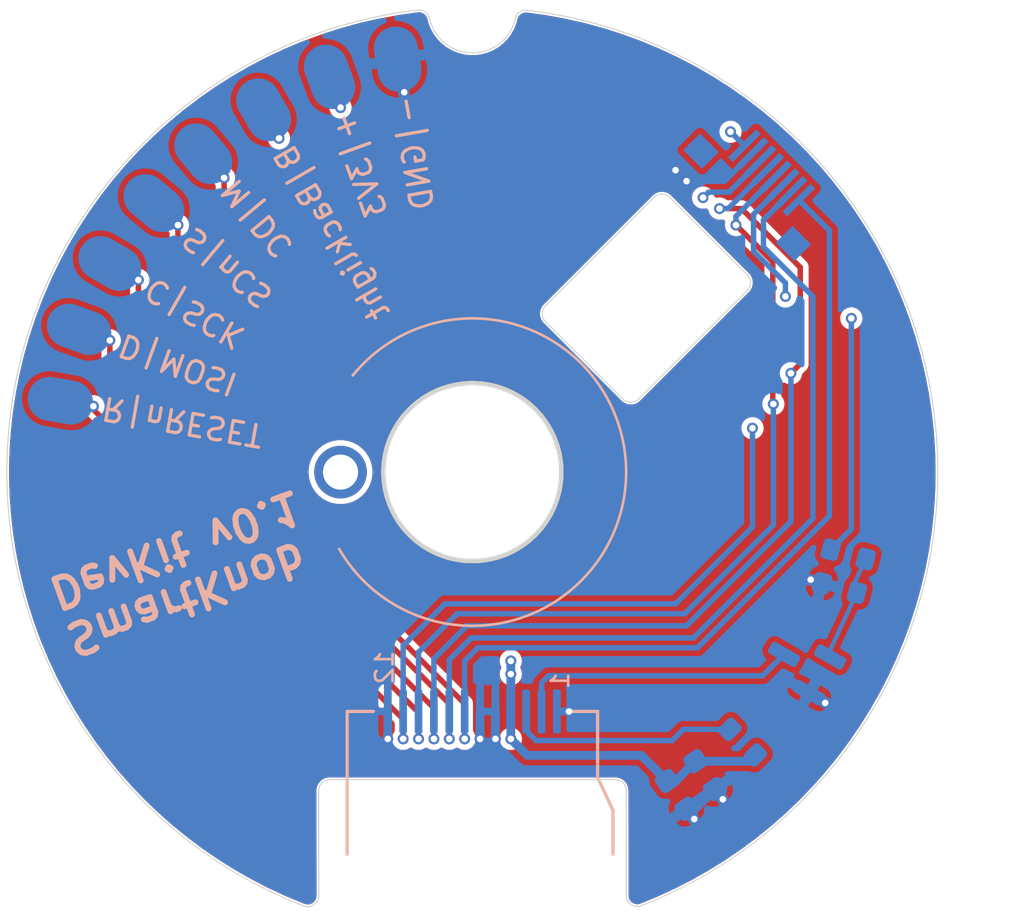
<source format=kicad_pcb>
(kicad_pcb (version 20241229) (generator "pcbnew") (generator_version "9.0")
  (title_block (title "SmartKnob DevKit Screen") (date "2024-05-13") (rev "0.1.0") (company "Seedlabs") (comment 1 "Board outline, FPC connector, Test pads - Grigorii Merkushev (brushknight)") (comment 2 "Screen connector, locking mechanism - Scott Bezek"))
  (layers (0 "F.Cu" signal) (4 "In1.Cu" signal) (6 "In2.Cu" signal) (2 "B.Cu" signal) (13 "F.Paste" user) (15 "B.Paste" user) (5 "F.SilkS" user "F.Silkscreen") (7 "B.SilkS" user "B.Silkscreen") (1 "F.Mask" user) (3 "B.Mask" user) (25 "Edge.Cuts" user))
  (property "COMMIT_DATE" "YYYY-MM-DD")
  (property "COMMIT_DATE_LONG" "YYYY-MM-DD HH:MM:SS TZ")
  (property "COMMIT_HASH" "deadbeef")
  (property "RELEASE_VERSION" "v#.#")
  (net 0 "")
  (net 1 "GND")
  (net 2 "/VDD")
  (net 3 "/DC")
  (net 4 "/BACKLIGHT_EN")
  (net 5 "/nRESET")
  (net 6 "/MOSI")
  (net 7 "/SCK")
  (net 8 "/nCS")
  (net 9 "/LEDA")
  (net 10 "/LEDK")
  (net 11 "Net-(Q1-G)")
  (footprint "Holes:AlignmentHole_1.6" (layer "F.Cu") (at 94 100)
    (property "Reference" "H1" (hide yes))
    (property "Value" "AlignmentHole" (hide yes))
    (pad "1" thru_hole circle (at 0 0) (size 2.4 2.4) (drill 1.6) (layers "*.Cu" "*.Mask"))
  )
  (footprint "view_custom:fpc_wire_hole_6mm_extended" (layer "F.Cu") (at 105.8 94.2 -45)
    (property "Reference" "REF**" (hide yes))
    (property "Value" "fpc_wire_hole_6mm_extended" (hide yes))
    (fp_line (start -3 0.5) (end -3 -6.5) (stroke (width 0.05)) (layer "Edge.Cuts"))
    (fp_line (start -2.5 1) (end 2.5 1) (stroke (width 0.05)) (layer "Edge.Cuts"))
    (fp_line (start 3 0.5) (end 3 -6.5) (stroke (width 0.05)) (layer "Edge.Cuts"))
    (fp_line (start -2.499999 -7) (end 2.499999 -7) (stroke (width 0.05)) (layer "Edge.Cuts"))
    (fp_arc (start -2.5 1) (mid -2.853554 0.853554) (end -3 0.5) (stroke (width 0.05)) (layer "Edge.Cuts"))
    (fp_arc (start 3 0.5) (mid 2.853553 0.853553) (end 2.5 1) (stroke (width 0.05)) (layer "Edge.Cuts"))
    (fp_arc (start -3 -6.5) (mid -2.853553 -6.853553) (end -2.499999 -7) (stroke (width 0.05)) (layer "Edge.Cuts"))
    (fp_arc (start 2.499999 -7) (mid 2.853553 -6.853553) (end 3 -6.5) (stroke (width 0.05)) (layer "Edge.Cuts"))
  )
  (footprint "LCD_GC9A01:GC9A01Round1.28" (layer "B.Cu") (at 100 110.9 90)
    (property "Reference" "J2" (hide yes))
    (property "Value" "GC9A01" (hide yes))
    (fp_line (start 0 -5.7) (end -6.5 -5.7) (stroke (width 0.15)) (layer "B.SilkS"))
    (fp_line (start 0 -5.7) (end 0 -4.5) (stroke (width 0.15)) (layer "B.SilkS"))
    (fp_line (start 0 5.7) (end 0 4.5) (stroke (width 0.15)) (layer "B.SilkS"))
    (fp_line (start 0 5.7) (end -3 5.7) (stroke (width 0.15)) (layer "B.SilkS"))
    (fp_line (start -4.5 6.4) (end -3 5.7) (stroke (width 0.15)) (layer "B.SilkS"))
    (fp_line (start -6.5 6.4) (end -4.5 6.4) (stroke (width 0.15)) (layer "B.SilkS"))
    (fp_text user "12" (at 2 -4 90) (layer "B.SilkS") (effects (font (size 0.8 0.8) (thickness 0.12)) (justify mirror)))
    (fp_text user "1" (at 1.4 4 90) (layer "B.SilkS") (effects (font (size 0.8 0.8) (thickness 0.12)) (justify mirror)))
    (pad "1" smd roundrect (at 0 3.85 90) (size 2 0.35) (layers "B.Cu" "B.Mask" "B.Paste") (net 1 "GND"))
    (pad "2" smd roundrect (at 0 3.15 90) (size 2 0.35) (layers "B.Cu" "B.Mask" "B.Paste") (net 10 "/LEDK"))
    (pad "3" smd roundrect (at 0 2.45 90) (size 2 0.35) (layers "B.Cu" "B.Mask" "B.Paste") (net 9 "/LEDA"))
    (pad "4" smd roundrect (at 0 1.75 90) (size 2 0.35) (layers "B.Cu" "B.Mask" "B.Paste") (net 2 "/VDD"))
    (pad "5" smd roundrect (at 0 1.05 90) (size 2 0.35) (layers "B.Cu" "B.Mask" "B.Paste") (net 1 "GND"))
    (pad "6" smd roundrect (at 0 0.35 90) (size 2 0.35) (layers "B.Cu" "B.Mask" "B.Paste") (net 1 "GND"))
    (pad "7" smd roundrect (at 0 -0.35 90) (size 2 0.35) (layers "B.Cu" "B.Mask" "B.Paste") (net 3 "/DC"))
    (pad "8" smd roundrect (at 0 -1.05 90) (size 2 0.35) (layers "B.Cu" "B.Mask" "B.Paste") (net 8 "/nCS"))
    (pad "9" smd roundrect (at 0 -1.75 90) (size 2 0.35) (layers "B.Cu" "B.Mask" "B.Paste") (net 7 "/SCK"))
    (pad "10" smd roundrect (at 0 -2.45 90) (size 2 0.35) (layers "B.Cu" "B.Mask" "B.Paste") (net 6 "/MOSI"))
    (pad "11" smd roundrect (at 0 -3.15 90) (size 2 0.35) (layers "B.Cu" "B.Mask" "B.Paste") (net 5 "/nRESET"))
    (pad "12" smd roundrect (at 0 -3.85 90) (size 2 0.35) (layers "B.Cu" "B.Mask" "B.Paste") (net 1 "GND"))
  )
  (footprint "Package_TO_SOT_SMD:SOT-23" (layer "B.Cu") (at 114.999592 108.770359 150)
    (property "Reference" "Q1" (hide yes))
    (property "Value" "2N7002" (hide yes))
    (pad "1" smd roundrect (at -0.9375 0.95 150) (size 1.475 0.6) (layers "B.Cu" "B.Mask" "B.Paste") (net 11 "Net-(Q1-G)"))
    (pad "2" smd roundrect (at -0.9375 -0.95 150) (size 1.475 0.6) (layers "B.Cu" "B.Mask" "B.Paste") (net 1 "GND"))
    (pad "3" smd roundrect (at 0.9375 0 150) (size 1.475 0.6) (layers "B.Cu" "B.Mask" "B.Paste") (net 10 "/LEDK"))
  )
  (footprint "Resistor_SMD:R_0603_1608Metric" (layer "B.Cu") (at 117.108376 103.746113 -15)
    (property "Reference" "R1" (hide yes))
    (property "Value" "10k" (hide yes))
    (pad "1" smd roundrect (at -0.825 0 345) (size 0.8 0.95) (layers "B.Cu" "B.Mask" "B.Paste") (net 4 "/BACKLIGHT_EN"))
    (pad "2" smd roundrect (at 0.825 0 345) (size 0.8 0.95) (layers "B.Cu" "B.Mask" "B.Paste") (net 11 "Net-(Q1-G)"))
  )
  (footprint "Resistor_SMD:R_0603_1608Metric" (layer "B.Cu") (at 112.3 112.3 135)
    (property "Reference" "R2" (hide yes))
    (property "Value" "22R" (hide yes))
    (pad "1" smd roundrect (at -0.825 0 135) (size 0.8 0.95) (layers "B.Cu" "B.Mask" "B.Paste") (net 2 "/VDD"))
    (pad "2" smd roundrect (at 0.825 0 135) (size 0.8 0.95) (layers "B.Cu" "B.Mask" "B.Paste") (net 9 "/LEDA"))
  )
  (footprint "Resistor_SMD:R_0603_1608Metric" (layer "B.Cu") (at 116.707278 105.275532 165)
    (property "Reference" "R3" (hide yes))
    (property "Value" "1M" (hide yes))
    (pad "1" smd roundrect (at -0.825 0 165) (size 0.8 0.95) (layers "B.Cu" "B.Mask" "B.Paste") (net 11 "Net-(Q1-G)"))
    (pad "2" smd roundrect (at 0.825 0 165) (size 0.8 0.95) (layers "B.Cu" "B.Mask" "B.Paste") (net 1 "GND"))
  )
  (footprint "Capacitor_SMD:C_0603_1608Metric" (layer "B.Cu") (at 109.3 114.7 -55)
    (property "Reference" "C2" (hide yes))
    (property "Value" "0.1uF" (hide yes))
    (pad "1" smd roundrect (at -0.775 0 305) (size 0.9 0.95) (layers "B.Cu" "B.Mask" "B.Paste") (net 2 "/VDD"))
    (pad "2" smd roundrect (at 0.775 0 305) (size 0.9 0.95) (layers "B.Cu" "B.Mask" "B.Paste") (net 1 "GND"))
  )
  (footprint "Capacitor_SMD:C_0603_1608Metric" (layer "B.Cu") (at 110.6 113.8 -55)
    (property "Reference" "C1" (hide yes))
    (property "Value" "22uF" (hide yes))
    (pad "1" smd roundrect (at -0.775 0 305) (size 0.9 0.95) (layers "B.Cu" "B.Mask" "B.Paste") (net 2 "/VDD"))
    (pad "2" smd roundrect (at 0.775 0 305) (size 0.9 0.95) (layers "B.Cu" "B.Mask" "B.Paste") (net 1 "GND"))
  )
  (footprint "view_custom:test_point_connectivity" (layer "B.Cu") (at 82.1 93.5 -110)
    (property "Reference" "TP3" (hide yes))
    (property "Value" "D|MOSI" (at -0.035582 -4.775849 160) (layer "B.SilkS") (effects (justify mirror)))
    (pad "1" smd roundrect (at 0 0 250) (size 2 3) (layers "B.Cu" "B.Mask") (roundrect_rratio 0.5) (net 6 "/MOSI"))
  )
  (footprint "view_custom:test_point_connectivity" (layer "B.Cu") (at 93.5 82 -160)
    (property "Reference" "TP6" (hide yes))
    (property "Value" "+|3V3" (at 0.100683 -4.220065 110) (layer "B.SilkS") (effects (justify mirror)))
    (pad "1" smd roundrect (at 0 0 200) (size 2 3) (layers "B.Cu" "B.Mask") (roundrect_rratio 0.5) (net 2 "/VDD"))
  )
  (footprint "screen_connector:Amphenol FCI FPC 8 pin 0.5 pitch" (layer "B.Cu") (at 112.615596 87.38085 135)
    (property "Reference" "J6" (hide yes))
    (property "Value" "LCD - FPC" (hide yes))
    (pad "1" smd rect (at -1.75 1.425 135) (size 0.3 1.8) (layers "B.Cu" "B.Mask" "B.Paste") (net 3 "/DC"))
    (pad "2" smd rect (at -1.25 1.425 135) (size 0.3 1.8) (layers "B.Cu" "B.Mask" "B.Paste") (net 8 "/nCS"))
    (pad "3" smd rect (at -0.75 1.425 135) (size 0.3 1.8) (layers "B.Cu" "B.Mask" "B.Paste") (net 4 "/BACKLIGHT_EN"))
    (pad "4" smd rect (at -0.25 1.425 135) (size 0.3 1.8) (layers "B.Cu" "B.Mask" "B.Paste") (net 6 "/MOSI"))
    (pad "5" smd rect (at 0.25 1.425 135) (size 0.3 1.8) (layers "B.Cu" "B.Mask" "B.Paste") (net 7 "/SCK"))
    (pad "6" smd rect (at 0.75 1.425 135) (size 0.3 1.8) (layers "B.Cu" "B.Mask" "B.Paste") (net 5 "/nRESET"))
    (pad "7" smd rect (at 1.25 1.425 135) (size 0.3 1.8) (layers "B.Cu" "B.Mask" "B.Paste") (net 1 "GND"))
    (pad "8" smd rect (at 1.75 1.425 135) (size 0.3 1.8) (layers "B.Cu" "B.Mask" "B.Paste") (net 2 "/VDD"))
    (pad "9" smd rect (at -2.975 -0.15 135) (size 1.2 1.075) (layers "B.Cu" "B.Mask" "B.Paste"))
    (pad "9" smd rect (at 2.975 -0.15 135) (size 1.2 1.075) (layers "B.Cu" "B.Mask" "B.Paste"))
  )
  (footprint "view_custom:test_point_connectivity" (layer "B.Cu") (at 96.6 81.2 -170)
    (property "Reference" "TP5" (hide yes))
    (property "Value" "-|GND" (at 0.023725 -4.327754 100) (layer "B.SilkS") (effects (justify mirror)))
    (pad "1" smd roundrect (at 0 0 190) (size 2 3) (layers "B.Cu" "B.Mask") (roundrect_rratio 0.5) (net 1 "GND"))
  )
  (footprint "view_custom:test_point_connectivity" (layer "B.Cu") (at 83.5 90.5 -120)
    (property "Reference" "TP2" (hide yes))
    (property "Value" "C|SCK" (at 0.023794 -4.472073 150) (layer "B.SilkS") (effects (justify mirror)))
    (pad "1" smd roundrect (at 0 0 240) (size 2 3) (layers "B.Cu" "B.Mask") (roundrect_rratio 0.5) (net 7 "/SCK"))
  )
  (footprint "view_custom:test_point_connectivity" (layer "B.Cu") (at 87.75 85.5 -140)
    (property "Reference" "TP8" (hide yes))
    (property "Value" "M|DC" (at 0.009672 -3.827519 130) (layer "B.SilkS") (effects (justify mirror)))
    (pad "1" smd roundrect (at 0 0 220) (size 2 3) (layers "B.Cu" "B.Mask") (roundrect_rratio 0.5) (net 3 "/DC"))
  )
  (footprint "view_custom:test_point_connectivity" (layer "B.Cu") (at 81.25 96.75 -100)
    (property "Reference" "TP4" (hide yes))
    (property "Value" "R|nRESET" (at -0.025129 -5.643524 170) (layer "B.SilkS") (effects (justify mirror)))
    (pad "1" smd roundrect (at 0 0 260) (size 2 3) (layers "B.Cu" "B.Mask") (roundrect_rratio 0.5) (net 5 "/nRESET"))
  )
  (footprint "view_custom:test_point_connectivity" (layer "B.Cu") (at 90.5 83.5 -150)
    (property "Reference" "TP7" (hide yes))
    (property "Value" "B|Backlight" (at 0.115321 -6.399742 120) (layer "B.SilkS") (effects (justify mirror)))
    (pad "1" smd roundrect (at 0 0 210) (size 2 3) (layers "B.Cu" "B.Mask") (roundrect_rratio 0.5) (net 4 "/BACKLIGHT_EN"))
  )
  (footprint "view_custom:test_point_connectivity" (layer "B.Cu") (at 85.5 87.75 -130)
    (property "Reference" "TP1" (hide yes))
    (property "Value" "S|nCS" (at 0.074688 -4.454708 140) (layer "B.SilkS") (effects (justify mirror)))
    (pad "1" smd roundrect (at 0 0 230) (size 2 3) (layers "B.Cu" "B.Mask") (roundrect_rratio 0.5) (net 8 "/nCS"))
  )
  (gr_arc (start 94.557095 95.598321) (mid 106.9786 100.546929) (end 93.937822 103.5) (stroke (width 0.12)) (layer "B.SilkS"))
  (gr_arc (start 78.983946 97.305549) (mid 85.086043 84.952757) (end 97.493261 78.962098) (stroke (width 0.05)) (layer "Edge.Cuts"))
  (gr_arc (start 97.494519 78.96317) (mid 97.863724 79.056809) (end 98.061738 79.382187) (stroke (width 0.05)) (layer "Edge.Cuts"))
  (gr_arc (start 93.003948 114.50555) (mid 93.150394 114.151997) (end 93.503948 114.00555) (stroke (width 0.05)) (layer "Edge.Cuts"))
  (gr_arc (start 93.010941 119.285549) (mid 92.772626 119.715506) (end 92.281715 119.741245) (stroke (width 0.05)) (layer "Edge.Cuts"))
  (gr_arc (start 106.503945 114.005551) (mid 106.857497 114.151997) (end 107.003945 114.505549) (stroke (width 0.05)) (layer "Edge.Cuts"))
  (gr_arc (start 107.72334 119.731704) (mid 107.241922 119.707061) (end 107.00806 119.285549) (stroke (width 0.05)) (layer "Edge.Cuts"))
  (gr_arc (start 121.013948 102.705556) (mid 116.70176 113.03986) (end 107.72334 119.731704) (stroke (width 0.05)) (layer "Edge.Cuts"))
  (gr_arc (start 101.944511 79.390812) (mid 102.142505 79.065386) (end 102.511739 78.971742) (stroke (width 0.05)) (layer "Edge.Cuts"))
  (gr_line (start 93.003948 114.50555) (end 93.010941 119.285549) (stroke (width 0.05)) (layer "Edge.Cuts"))
  (gr_line (start 107.003945 114.505549) (end 107.00806 119.285549) (stroke (width 0.05)) (layer "Edge.Cuts"))
  (gr_arc (start 102.511739 78.971742) (mid 114.9138 84.958746) (end 121.013945 97.305549) (stroke (width 0.05)) (layer "Edge.Cuts"))
  (gr_arc (start 101.94451 79.390812) (mid 99.999999 80.91) (end 98.06238 79.382031) (stroke (width 0.05)) (layer "Edge.Cuts"))
  (gr_arc (start 92.281715 119.741246) (mid 83.298176 113.045792) (end 78.983942 102.705556) (stroke (width 0.05)) (layer "Edge.Cuts"))
  (gr_circle (center 100 100) (end 104.05 100) (stroke (width 0.2)) (fill no) (layer "Edge.Cuts"))
  (gr_line (start 93.503948 114.00555) (end 106.503945 114.005551) (stroke (width 0.05)) (layer "Edge.Cuts"))
  (gr_arc (start 121.013944 97.305549) (mid 121.185983 100.005507) (end 121.012541 102.705375) (stroke (width 0.05)) (layer "Edge.Cuts"))
  (gr_arc (start 78.98535 102.705375) (mid 78.811925 100.005507) (end 78.983947 97.305549) (stroke (width 0.05)) (layer "Edge.Cuts"))
  (gr_text "SmartKnob\nDevKit v0.1" (at 81.1 106.7 -160) (layer "B.SilkS") (effects (font (size 1.4 1.4) (thickness 0.27)) (justify left mirror)))
  (via (at 111.4 114.9) (size 0.5) (drill 0.3) (layers "F.Cu" "B.Cu") (net 1))
  (via (at 109.25 86.25) (size 0.5) (drill 0.3) (layers "F.Cu" "B.Cu") (net 1))
  (via (at 116.05951 110.512936) (size 0.5) (drill 0.3) (layers "F.Cu" "B.Cu") (net 1))
  (via (at 115.4 104.9) (size 0.5) (drill 0.3) (layers "F.Cu" "B.Cu") (net 1))
  (via (at 101.05 112.15) (size 0.5) (drill 0.3) (layers "F.Cu" "B.Cu") (net 1))
  (via (at 109.75 86.75) (size 0.5) (drill 0.3) (layers "F.Cu" "B.Cu") (net 1))
  (via (at 96.9 82.7) (size 0.5) (drill 0.3) (layers "F.Cu" "B.Cu") (net 1))
  (via (at 96.15 112.15) (size 0.5) (drill 0.3) (layers "F.Cu" "B.Cu") (net 1))
  (via (at 100.35 112.15) (size 0.5) (drill 0.3) (layers "F.Cu" "B.Cu") (net 1))
  (via (at 104.4 110.9) (size 0.5) (drill 0.3) (layers "F.Cu" "B.Cu") (net 1))
  (via (at 110.1 115.8) (size 0.5) (drill 0.3) (layers "F.Cu" "B.Cu") (net 1))
  (segment (start 109.744522 115.334843) (end 110.144522 115.334843) (width 0.4) (layer "B.Cu") (net 1))
  (segment (start 112.73934 85.489339) (end 111.478679 86.75) (width 0.25) (layer "B.Cu") (net 1))
  (segment (start 100.35 112.15) (end 100.35 110.9) (width 0.4) (layer "B.Cu") (net 1))
  (segment (start 111.4 114.9) (end 111.4 114.790321) (width 0.4) (layer "B.Cu") (net 1))
  (segment (start 101.05 112.15) (end 101.05 110.9) (width 0.4) (layer "B.Cu") (net 1))
  (segment (start 109.75 86.75) (end 109.25 86.25) (width 0.25) (layer "B.Cu") (net 1))
  (segment (start 110.1 115.690321) (end 109.744522 115.334843) (width 0.4) (layer "B.Cu") (net 1))
  (segment (start 111.4 114.790321) (end 111.044522 114.434843) (width 0.4) (layer "B.Cu") (net 1))
  (segment (start 110.144522 115.334843) (end 111.044522 114.434843) (width 0.4) (layer "B.Cu") (net 1))
  (segment (start 110.1 115.8) (end 110.1 115.690321) (width 0.4) (layer "B.Cu") (net 1))
  (segment (start 111.478679 86.75) (end 109.75 86.75) (width 0.25) (layer "B.Cu") (net 1))
  (segment (start 96.15 112.15) (end 96.15 110.9) (width 0.4) (layer "B.Cu") (net 1))
  (via (at 101.75 112.15) (size 0.5) (drill 0.3) (layers "F.Cu" "B.Cu") (net 2))
  (via (at 101.75 109.2) (size 0.5) (drill 0.3) (layers "F.Cu" "B.Cu") (net 2))
  (via (at 94 83.4) (size 0.5) (drill 0.3) (layers "F.Cu" "B.Cu") (net 2))
  (via (at 111.75 84.5) (size 0.5) (drill 0.3) (layers "F.Cu" "B.Cu") (net 2))
  (via (at 101.75 108.6) (size 0.5) (drill 0.3) (layers "F.Cu" "B.Cu") (net 2))
  (segment (start 108.855478 114.065157) (end 109.255478 114.065157) (width 0.4) (layer "B.Cu") (net 2))
  (segment (start 107.690321 112.9) (end 108.855478 114.065157) (width 0.4) (layer "B.Cu") (net 2))
  (segment (start 102.5 112.9) (end 107.690321 112.9) (width 0.4) (layer "B.Cu") (net 2))
  (segment (start 112.385786 85.135786) (end 111.75 84.5) (width 0.25) (layer "B.Cu") (net 2))
  (segment (start 110.155478 113.165157) (end 112.601569 113.165157) (width 0.4) (layer "B.Cu") (net 2))
  (segment (start 101.75 112.15) (end 101.75 108.6) (width 0.4) (layer "B.Cu") (net 2))
  (segment (start 101.75 112.15) (end 102.5 112.9) (width 0.4) (layer "B.Cu") (net 2))
  (segment (start 112.601569 113.165157) (end 112.883363 112.883363) (width 0.4) (layer "B.Cu") (net 2))
  (segment (start 109.255478 114.065157) (end 110.155478 113.165157) (width 0.4) (layer "B.Cu") (net 2))
  (segment (start 88.7 99.6) (end 99.65 110.55) (width 0.25) (layer "F.Cu") (net 3))
  (segment (start 99.65 110.55) (end 99.65 112.15) (width 0.25) (layer "F.Cu") (net 3))
  (segment (start 88.7 86.6) (end 88.7 99.6) (width 0.25) (layer "F.Cu") (net 3))
  (via (at 99.65 112.15) (size 0.5) (drill 0.3) (layers "F.Cu" "B.Cu") (net 3))
  (via (at 88.7 86.6) (size 0.5) (drill 0.3) (layers "F.Cu" "B.Cu") (net 3))
  (segment (start 99.65 110.9) (end 99.65 108.6) (width 0.25) (layer "B.Cu") (net 3))
  (segment (start 99.65 108.6) (end 100.25 108) (width 0.25) (layer "B.Cu") (net 3))
  (segment (start 100.25 108) (end 110.25 108) (width 0.25) (layer "B.Cu") (net 3))
  (segment (start 116.25 89) (end 116.25 92) (width 0.25) (layer "B.Cu") (net 3))
  (segment (start 116.25 102) (end 116.25 92) (width 0.25) (layer "B.Cu") (net 3))
  (segment (start 114.86066 87.61066) (end 116.25 89) (width 0.25) (layer "B.Cu") (net 3))
  (segment (start 99.65 112.15) (end 99.65 110.9) (width 0.25) (layer "B.Cu") (net 3))
  (segment (start 110.25 108) (end 116.25 102) (width 0.25) (layer "B.Cu") (net 3))
  (via (at 114.25 92) (size 0.5) (drill 0.3) (layers "F.Cu" "B.Cu") (net 4))
  (via (at 117.25 93) (size 0.5) (drill 0.3) (layers "F.Cu" "B.Cu") (net 4))
  (via (at 91.2 84.8) (size 0.5) (drill 0.3) (layers "F.Cu" "B.Cu") (net 4))
  (segment (start 117.25 102.594074) (end 116.311487 103.532587) (width 0.25) (layer "B.Cu") (net 4))
  (segment (start 117.25 93) (end 117.25 102.594074) (width 0.25) (layer "B.Cu") (net 4))
  (segment (start 112.8 88.257106) (end 112.8 89.936396) (width 0.25) (layer "B.Cu") (net 4))
  (segment (start 114.153553 86.903553) (end 112.8 88.257106) (width 0.25) (layer "B.Cu") (net 4))
  (segment (start 112.8 89.936396) (end 114.056802 91.193198) (width 0.25) (layer "B.Cu") (net 4))
  (segment (start 114.056802 91.193198) (end 114.25 91.386396) (width 0.25) (layer "B.Cu") (net 4))
  (segment (start 114.25 91.386396) (end 114.25 92) (width 0.25) (layer "B.Cu") (net 4))
  (segment (start 82.75 97.15) (end 82.75 97) (width 0.25) (layer "F.Cu") (net 5))
  (segment (start 96.85 112.15) (end 96.85 111.25) (width 0.25) (layer "F.Cu") (net 5))
  (segment (start 96.85 111.25) (end 82.75 97.15) (width 0.25) (layer "F.Cu") (net 5))
  (via (at 96.85 112.15) (size 0.5) (drill 0.3) (layers "F.Cu" "B.Cu") (net 5))
  (via (at 112.75 98) (size 0.5) (drill 0.3) (layers "F.Cu" "B.Cu") (net 5))
  (via (at 110.5 87.5) (size 0.5) (drill 0.3) (layers "F.Cu" "B.Cu") (net 5))
  (via (at 82.75 97) (size 0.5) (drill 0.3) (layers "F.Cu" "B.Cu") (net 5))
  (segment (start 113.092893 85.842893) (end 111.685786 87.25) (width 0.25) (layer "B.Cu") (net 5))
  (segment (start 96.85 112.15) (end 96.85 110.9) (width 0.25) (layer "B.Cu") (net 5))
  (segment (start 96.85 110.9) (end 96.85 107.9) (width 0.25) (layer "B.Cu") (net 5))
  (segment (start 112.75 102.5) (end 112.75 98) (width 0.25) (layer "B.Cu") (net 5))
  (segment (start 111.685786 87.25) (end 110.75 87.25) (width 0.25) (layer "B.Cu") (net 5))
  (segment (start 109.25 106) (end 112.75 102.5) (width 0.25) (layer "B.Cu") (net 5))
  (segment (start 96.85 107.9) (end 98.75 106) (width 0.25) (layer "B.Cu") (net 5))
  (segment (start 110.75 87.25) (end 110.5 87.5) (width 0.25) (layer "B.Cu") (net 5))
  (segment (start 98.75 106) (end 109.25 106) (width 0.25) (layer "B.Cu") (net 5))
  (segment (start 113.675 90.425) (end 113.675 96.875) (width 0.25) (layer "F.Cu") (net 6))
  (segment (start 113.675 96.875) (end 113.7 96.9) (width 0.25) (layer "F.Cu") (net 6))
  (segment (start 97.55 110.95) (end 97.55 112.15) (width 0.25) (layer "F.Cu") (net 6))
  (segment (start 112 88.75) (end 113.675 90.425) (width 0.25) (layer "F.Cu") (net 6))
  (segment (start 113.7 96.9) (end 113.675 96.925) (width 0.25) (layer "F.Cu") (net 6))
  (segment (start 83.5 94) (end 83.5 96.9) (width 0.25) (layer "F.Cu") (net 6))
  (segment (start 83.5 96.9) (end 97.55 110.95) (width 0.25) (layer "F.Cu") (net 6))
  (via (at 113.7 96.9) (size 0.5) (drill 0.3) (layers "F.Cu" "B.Cu") (net 6))
  (via (at 112 88.75) (size 0.5) (drill 0.3) (layers "F.Cu" "B.Cu") (net 6))
  (via (at 97.55 112.15) (size 0.5) (drill 0.3) (layers "F.Cu" "B.Cu") (net 6))
  (via (at 83.5 94) (size 0.5) (drill 0.3) (layers "F.Cu" "B.Cu") (net 6))
  (segment (start 109.663604 106.45) (end 113.356802 102.756802) (width 0.25) (layer "B.Cu") (net 6))
  (segment (start 113.8 86.55) (end 112 88.35) (width 0.25) (layer "B.Cu") (net 6))
  (segment (start 97.55 112.15) (end 97.55 110.9) (width 0.25) (layer "B.Cu") (net 6))
  (segment (start 113.7 102.413604) (end 113.356802 102.756802) (width 0.25) (layer "B.Cu") (net 6))
  (segment (start 112 88.35) (end 112 88.75) (width 0.25) (layer "B.Cu") (net 6))
  (segment (start 97.55 108.2) (end 99.3 106.45) (width 0.25) (layer "B.Cu") (net 6))
  (segment (start 97.55 110.9) (end 97.55 108.2) (width 0.25) (layer "B.Cu") (net 6))
  (segment (start 99.3 106.45) (end 109.663604 106.45) (width 0.25) (layer "B.Cu") (net 6))
  (segment (start 113.7 96.9) (end 113.7 102.413604) (width 0.25) (layer "B.Cu") (net 6))
  (segment (start 84.8 91.25) (end 84.8 97.3) (width 0.25) (layer "F.Cu") (net 7))
  (segment (start 112.25 88) (end 114.925 90.675) (width 0.25) (layer "F.Cu") (net 7))
  (segment (start 114.925 90.675) (end 114.925 95.075) (width 0.25) (layer "F.Cu") (net 7))
  (segment (start 111.25 88) (end 112.25 88) (width 0.25) (layer "F.Cu") (net 7))
  (segment (start 98.25 110.75) (end 98.25 112.15) (width 0.25) (layer "F.Cu") (net 7))
  (segment (start 114.925 95.075) (end 114.5 95.5) (width 0.25) (layer "F.Cu") (net 7))
  (segment (start 84.8 97.3) (end 98.25 110.75) (width 0.25) (layer "F.Cu") (net 7))
  (via (at 84.8 91.25) (size 0.5) (drill 0.3) (layers "F.Cu" "B.Cu") (net 7))
  (via (at 114.5 95.5) (size 0.5) (drill 0.3) (layers "F.Cu" "B.Cu") (net 7))
  (via (at 98.25 112.15) (size 0.5) (drill 0.3) (layers "F.Cu" "B.Cu") (net 7))
  (via (at 111.25 88) (size 0.5) (drill 0.3) (layers "F.Cu" "B.Cu") (net 7))
  (segment (start 98.25 108.5) (end 99.75 107) (width 0.25) (layer "B.Cu") (net 7))
  (segment (start 98.25 112.15) (end 98.25 110.9) (width 0.25) (layer "B.Cu") (net 7))
  (segment (start 114.5 102.25) (end 114.5 95.5) (width 0.25) (layer "B.Cu") (net 7))
  (segment (start 99.75 107) (end 109.75 107) (width 0.25) (layer "B.Cu") (net 7))
  (segment (start 111.642892 88) (end 111.25 88) (width 0.25) (layer "B.Cu") (net 7))
  (segment (start 113.446446 86.196446) (end 111.642892 88) (width 0.25) (layer "B.Cu") (net 7))
  (segment (start 98.25 110.9) (end 98.25 108.5) (width 0.25) (layer "B.Cu") (net 7))
  (segment (start 109.75 107) (end 114.5 102.25) (width 0.25) (layer "B.Cu") (net 7))
  (segment (start 98.95 112.15) (end 98.95 110.55) (width 0.25) (layer "F.Cu") (net 8))
  (segment (start 86.6 98.2) (end 86.6 88.75) (width 0.25) (layer "F.Cu") (net 8))
  (segment (start 98.95 110.55) (end 86.6 98.2) (width 0.25) (layer "F.Cu") (net 8))
  (via (at 86.6 88.75) (size 0.5) (drill 0.3) (layers "F.Cu" "B.Cu") (net 8))
  (via (at 98.95 112.15) (size 0.5) (drill 0.3) (layers "F.Cu" "B.Cu") (net 8))
  (segment (start 98.95 108.55) (end 99.95 107.55) (width 0.25) (layer "B.Cu") (net 8))
  (segment (start 110.063604 107.55) (end 115.5 102.113604) (width 0.25) (layer "B.Cu") (net 8))
  (segment (start 98.95 110.9) (end 98.95 108.55) (width 0.25) (layer "B.Cu") (net 8))
  (segment (start 113.25 89.75) (end 115.5 92) (width 0.25) (layer "B.Cu") (net 8))
  (segment (start 115.5 102.113604) (end 115.5 92) (width 0.25) (layer "B.Cu") (net 8))
  (segment (start 114.507107 87.257106) (end 113.25 88.514213) (width 0.25) (layer "B.Cu") (net 8))
  (segment (start 113.25 88.514213) (end 113.25 89.75) (width 0.25) (layer "B.Cu") (net 8))
  (segment (start 98.95 112.15) (end 98.95 110.9) (width 0.25) (layer "B.Cu") (net 8))
  (segment (start 99.95 107.55) (end 110.063604 107.55) (width 0.25) (layer "B.Cu") (net 8))
  (segment (start 109.091637 112.225) (end 109.6 111.716637) (width 0.25) (layer "B.Cu") (net 9))
  (segment (start 102.45 110.9) (end 102.45 111.783363) (width 0.25) (layer "B.Cu") (net 9))
  (segment (start 102.891637 112.225) (end 109.091637 112.225) (width 0.25) (layer "B.Cu") (net 9))
  (segment (start 102.45 111.783363) (end 102.891637 112.225) (width 0.25) (layer "B.Cu") (net 9))
  (segment (start 109.6 111.716637) (end 111.716637 111.716637) (width 0.25) (layer "B.Cu") (net 9))
  (segment (start 103.15 110.6) (end 103.15 109.6) (width 0.25) (layer "B.Cu") (net 10))
  (segment (start 103.15 109.6) (end 103.47501 109.27499) (width 0.25) (layer "B.Cu") (net 10))
  (segment (start 103.47501 109.27499) (end 113.214312 109.27499) (width 0.25) (layer "B.Cu") (net 10))
  (segment (start 113.214312 109.27499) (end 114.187693 108.301609) (width 0.25) (layer "B.Cu") (net 10))
  (segment (start 116.221894 108.238901) (end 117.504167 105.489057) (width 0.2) (layer "B.Cu") (net 11))
  (segment (start 117.367358 105.113182) (end 117.905263 103.95964) (width 0.2) (layer "B.Cu") (net 11))
  (zone (net 1) (net_name "GND") (layers "F.Cu" "B.Cu" "In2.Cu") (connect_pads (clearance 0.254)) (min_thickness 0.254) (fill yes (thermal_gap 0.254) (thermal_bridge_width 0.508))
    (polygon (pts (xy 121.5 120.5) (xy 78.5 120.5) (xy 78.5 78.5) (xy 121.5 78.5)))
  )
)
</source>
